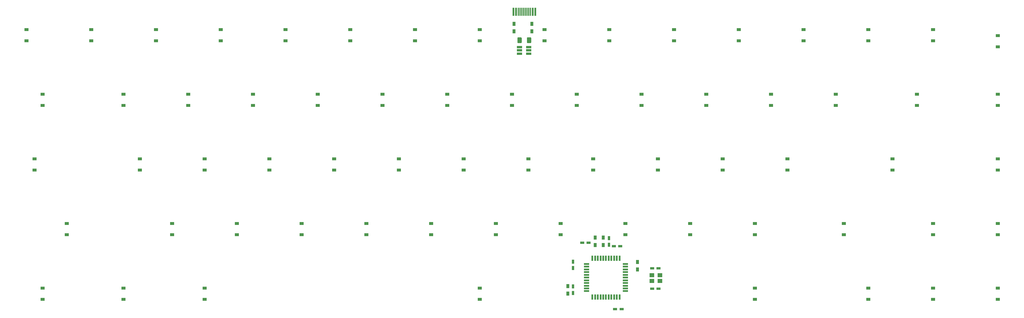
<source format=gbp>
%TF.GenerationSoftware,KiCad,Pcbnew,(5.1.6)-1*%
%TF.CreationDate,2021-02-08T15:12:05+09:00*%
%TF.ProjectId,Kyuu,4b797575-2e6b-4696-9361-645f70636258,rev?*%
%TF.SameCoordinates,Original*%
%TF.FileFunction,Paste,Bot*%
%TF.FilePolarity,Positive*%
%FSLAX46Y46*%
G04 Gerber Fmt 4.6, Leading zero omitted, Abs format (unit mm)*
G04 Created by KiCad (PCBNEW (5.1.6)-1) date 2021-02-08 15:12:05*
%MOMM*%
%LPD*%
G01*
G04 APERTURE LIST*
%ADD10R,0.600000X2.450000*%
%ADD11R,0.300000X2.450000*%
%ADD12R,1.560000X0.650000*%
%ADD13R,1.200000X0.900000*%
%ADD14R,0.750000X1.200000*%
%ADD15R,1.200000X0.750000*%
%ADD16R,0.900000X1.200000*%
%ADD17R,0.550000X1.500000*%
%ADD18R,1.500000X0.550000*%
%ADD19R,1.400000X1.200000*%
G04 APERTURE END LIST*
D10*
%TO.C,USB1*%
X236625000Y-100250000D03*
X230175000Y-100250000D03*
X235850000Y-100250000D03*
X230950000Y-100250000D03*
D11*
X231650000Y-100250000D03*
X235150000Y-100250000D03*
X232150000Y-100250000D03*
X234650000Y-100250000D03*
X232650000Y-100250000D03*
X234150000Y-100250000D03*
X233650000Y-100250000D03*
X233150000Y-100250000D03*
%TD*%
D12*
%TO.C,U2*%
X234680800Y-111643200D03*
X234680800Y-112593200D03*
X234680800Y-110693200D03*
X231980800Y-110693200D03*
X231980800Y-111643200D03*
X231980800Y-112593200D03*
%TD*%
%TO.C,F1*%
G36*
G01*
X234156600Y-109271000D02*
X234156600Y-108021000D01*
G75*
G02*
X234406600Y-107771000I250000J0D01*
G01*
X235156600Y-107771000D01*
G75*
G02*
X235406600Y-108021000I0J-250000D01*
G01*
X235406600Y-109271000D01*
G75*
G02*
X235156600Y-109521000I-250000J0D01*
G01*
X234406600Y-109521000D01*
G75*
G02*
X234156600Y-109271000I0J250000D01*
G01*
G37*
G36*
G01*
X231356600Y-109271000D02*
X231356600Y-108021000D01*
G75*
G02*
X231606600Y-107771000I250000J0D01*
G01*
X232356600Y-107771000D01*
G75*
G02*
X232606600Y-108021000I0J-250000D01*
G01*
X232606600Y-109271000D01*
G75*
G02*
X232356600Y-109521000I-250000J0D01*
G01*
X231606600Y-109521000D01*
G75*
G02*
X231356600Y-109271000I0J250000D01*
G01*
G37*
%TD*%
D13*
%TO.C,D44*%
X372662500Y-110550000D03*
X372662500Y-107250000D03*
%TD*%
D14*
%TO.C,C1*%
X247706250Y-175806250D03*
X247706250Y-173906250D03*
%TD*%
%TO.C,C2*%
X247706250Y-181206250D03*
X247706250Y-183106250D03*
%TD*%
D15*
%TO.C,C3*%
X262006250Y-187906250D03*
X260106250Y-187906250D03*
%TD*%
%TO.C,C4*%
X261606250Y-169306250D03*
X259706250Y-169306250D03*
%TD*%
%TO.C,C5*%
X250406250Y-168306250D03*
X252306250Y-168306250D03*
%TD*%
D14*
%TO.C,C6*%
X258306250Y-168906250D03*
X258306250Y-167006250D03*
%TD*%
D15*
%TO.C,C7*%
X270956250Y-175906250D03*
X272856250Y-175906250D03*
%TD*%
%TO.C,C8*%
X272856250Y-181906250D03*
X270956250Y-181906250D03*
%TD*%
D16*
%TO.C,R1*%
X230356250Y-103806250D03*
X230356250Y-106006250D03*
%TD*%
%TO.C,R2*%
X235616800Y-103786800D03*
X235616800Y-105986800D03*
%TD*%
%TO.C,R3*%
X254200000Y-166800000D03*
X254200000Y-169000000D03*
%TD*%
%TO.C,R4*%
X256600000Y-166800000D03*
X256600000Y-169000000D03*
%TD*%
%TO.C,R5*%
X266700000Y-176212500D03*
X266700000Y-174012500D03*
%TD*%
%TO.C,R6*%
X246200000Y-181100000D03*
X246200000Y-183300000D03*
%TD*%
D17*
%TO.C,U1*%
X253400000Y-172893750D03*
X254200000Y-172893750D03*
X255000000Y-172893750D03*
X255800000Y-172893750D03*
X256600000Y-172893750D03*
X257400000Y-172893750D03*
X258200000Y-172893750D03*
X259000000Y-172893750D03*
X259800000Y-172893750D03*
X260600000Y-172893750D03*
X261400000Y-172893750D03*
D18*
X263100000Y-174593750D03*
X263100000Y-175393750D03*
X263100000Y-176193750D03*
X263100000Y-176993750D03*
X263100000Y-177793750D03*
X263100000Y-178593750D03*
X263100000Y-179393750D03*
X263100000Y-180193750D03*
X263100000Y-180993750D03*
X263100000Y-181793750D03*
X263100000Y-182593750D03*
D17*
X261400000Y-184293750D03*
X260600000Y-184293750D03*
X259800000Y-184293750D03*
X259000000Y-184293750D03*
X258200000Y-184293750D03*
X257400000Y-184293750D03*
X256600000Y-184293750D03*
X255800000Y-184293750D03*
X255000000Y-184293750D03*
X254200000Y-184293750D03*
X253400000Y-184293750D03*
D18*
X251700000Y-182593750D03*
X251700000Y-181793750D03*
X251700000Y-180993750D03*
X251700000Y-180193750D03*
X251700000Y-179393750D03*
X251700000Y-178593750D03*
X251700000Y-177793750D03*
X251700000Y-176993750D03*
X251700000Y-176193750D03*
X251700000Y-175393750D03*
X251700000Y-174593750D03*
%TD*%
D19*
%TO.C,X1*%
X270906250Y-179556250D03*
X273306250Y-179556250D03*
X270906250Y-177856250D03*
X273306250Y-177856250D03*
%TD*%
D13*
%TO.C,D1*%
X86915698Y-108806340D03*
X86915698Y-105506340D03*
%TD*%
%TO.C,D2*%
X105965714Y-108806340D03*
X105965714Y-105506340D03*
%TD*%
%TO.C,D3*%
X125015625Y-108806250D03*
X125015625Y-105506250D03*
%TD*%
%TO.C,D4*%
X144065625Y-108806250D03*
X144065625Y-105506250D03*
%TD*%
%TO.C,D5*%
X163115625Y-108806250D03*
X163115625Y-105506250D03*
%TD*%
%TO.C,D6*%
X182165625Y-108806250D03*
X182165625Y-105506250D03*
%TD*%
%TO.C,D7*%
X201215625Y-108806250D03*
X201215625Y-105506250D03*
%TD*%
%TO.C,D8*%
X220265625Y-108806250D03*
X220265625Y-105506250D03*
%TD*%
%TO.C,D9*%
X239315625Y-108806250D03*
X239315625Y-105506250D03*
%TD*%
%TO.C,D10*%
X258365625Y-108806250D03*
X258365625Y-105506250D03*
%TD*%
%TO.C,D11*%
X277415625Y-108806250D03*
X277415625Y-105506250D03*
%TD*%
%TO.C,D12*%
X296465625Y-108806250D03*
X296465625Y-105506250D03*
%TD*%
%TO.C,D13*%
X315515625Y-108806250D03*
X315515625Y-105506250D03*
%TD*%
%TO.C,D14*%
X334565625Y-108806250D03*
X334565625Y-105506250D03*
%TD*%
%TO.C,D15*%
X353615625Y-108806250D03*
X353615625Y-105506250D03*
%TD*%
%TO.C,D16*%
X91678125Y-127856250D03*
X91678125Y-124556250D03*
%TD*%
%TO.C,D17*%
X115490625Y-127856250D03*
X115490625Y-124556250D03*
%TD*%
%TO.C,D18*%
X134540625Y-127856250D03*
X134540625Y-124556250D03*
%TD*%
%TO.C,D19*%
X153590625Y-127856250D03*
X153590625Y-124556250D03*
%TD*%
%TO.C,D20*%
X172640625Y-127856250D03*
X172640625Y-124556250D03*
%TD*%
%TO.C,D21*%
X191690625Y-127856250D03*
X191690625Y-124556250D03*
%TD*%
%TO.C,D22*%
X210740625Y-127856250D03*
X210740625Y-124556250D03*
%TD*%
%TO.C,D23*%
X229790625Y-127856250D03*
X229790625Y-124556250D03*
%TD*%
%TO.C,D24*%
X248840625Y-127856250D03*
X248840625Y-124556250D03*
%TD*%
%TO.C,D25*%
X267890625Y-127856250D03*
X267890625Y-124556250D03*
%TD*%
%TO.C,D26*%
X286940625Y-127856250D03*
X286940625Y-124556250D03*
%TD*%
%TO.C,D27*%
X305990625Y-127856250D03*
X305990625Y-124556250D03*
%TD*%
%TO.C,D28*%
X325040625Y-127856250D03*
X325040625Y-124556250D03*
%TD*%
%TO.C,D29*%
X348853125Y-127856250D03*
X348853125Y-124556250D03*
%TD*%
%TO.C,D30*%
X372665625Y-127856250D03*
X372665625Y-124556250D03*
%TD*%
%TO.C,D31*%
X89296875Y-146906250D03*
X89296875Y-143606250D03*
%TD*%
%TO.C,D32*%
X120253125Y-146906250D03*
X120253125Y-143606250D03*
%TD*%
%TO.C,D33*%
X139303125Y-146906250D03*
X139303125Y-143606250D03*
%TD*%
%TO.C,D34*%
X158353125Y-146906250D03*
X158353125Y-143606250D03*
%TD*%
%TO.C,D35*%
X177403125Y-146906250D03*
X177403125Y-143606250D03*
%TD*%
%TO.C,D36*%
X196453125Y-146906250D03*
X196453125Y-143606250D03*
%TD*%
%TO.C,D37*%
X215503125Y-146906250D03*
X215503125Y-143606250D03*
%TD*%
%TO.C,D38*%
X234553125Y-146906250D03*
X234553125Y-143606250D03*
%TD*%
%TO.C,D39*%
X253603125Y-146906250D03*
X253603125Y-143606250D03*
%TD*%
%TO.C,D40*%
X272653125Y-146906250D03*
X272653125Y-143606250D03*
%TD*%
%TO.C,D41*%
X291703125Y-146906250D03*
X291703125Y-143606250D03*
%TD*%
%TO.C,D42*%
X310753125Y-146906250D03*
X310753125Y-143606250D03*
%TD*%
%TO.C,D43*%
X341709375Y-146906250D03*
X341709375Y-143606250D03*
%TD*%
%TO.C,D44*%
X372665625Y-146906250D03*
X372665625Y-143606250D03*
%TD*%
%TO.C,D45*%
X98821875Y-165956250D03*
X98821875Y-162656250D03*
%TD*%
%TO.C,D46*%
X129778125Y-165956250D03*
X129778125Y-162656250D03*
%TD*%
%TO.C,D47*%
X148828125Y-165956250D03*
X148828125Y-162656250D03*
%TD*%
%TO.C,D48*%
X167878125Y-165956250D03*
X167878125Y-162656250D03*
%TD*%
%TO.C,D49*%
X186928125Y-165956250D03*
X186928125Y-162656250D03*
%TD*%
%TO.C,D50*%
X205978125Y-165956250D03*
X205978125Y-162656250D03*
%TD*%
%TO.C,D51*%
X225028125Y-165956250D03*
X225028125Y-162656250D03*
%TD*%
%TO.C,D52*%
X244078125Y-165956250D03*
X244078125Y-162656250D03*
%TD*%
%TO.C,D53*%
X263128125Y-165956250D03*
X263128125Y-162656250D03*
%TD*%
%TO.C,D54*%
X282178125Y-165956250D03*
X282178125Y-162656250D03*
%TD*%
%TO.C,D55*%
X301228125Y-165956250D03*
X301228125Y-162656250D03*
%TD*%
%TO.C,D56*%
X327421875Y-165956250D03*
X327421875Y-162656250D03*
%TD*%
%TO.C,D57*%
X353615625Y-165956250D03*
X353615625Y-162656250D03*
%TD*%
%TO.C,D58*%
X372665625Y-165956250D03*
X372665625Y-162656250D03*
%TD*%
%TO.C,D59*%
X91678125Y-185006250D03*
X91678125Y-181706250D03*
%TD*%
%TO.C,D60*%
X115490625Y-185006250D03*
X115490625Y-181706250D03*
%TD*%
%TO.C,D61*%
X139303125Y-185006250D03*
X139303125Y-181706250D03*
%TD*%
%TO.C,D62*%
X220265625Y-185006250D03*
X220265625Y-181706250D03*
%TD*%
%TO.C,D63*%
X301228125Y-185006250D03*
X301228125Y-181706250D03*
%TD*%
%TO.C,D64*%
X334565625Y-185006250D03*
X334565625Y-181706250D03*
%TD*%
%TO.C,D65*%
X353615625Y-185006250D03*
X353615625Y-181706250D03*
%TD*%
%TO.C,D66*%
X372665625Y-185006250D03*
X372665625Y-181706250D03*
%TD*%
M02*

</source>
